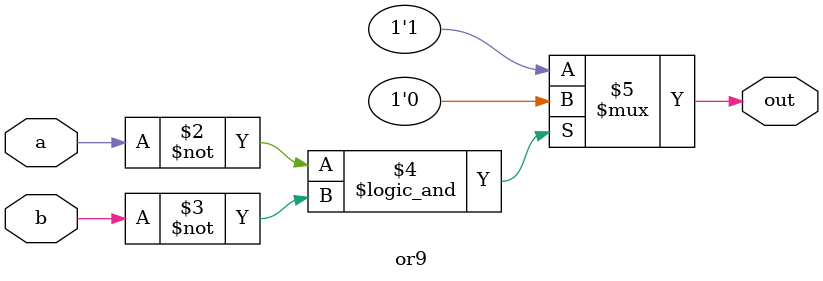
<source format=v>
module or9 (
  input a,
  input b,
  output reg out
);
    always @(*) begin
        out = (a == 1'b0 && b == 1'b0) ? 1'b0 : 1'b1; // Check both bits are low
    end

endmodule

</source>
